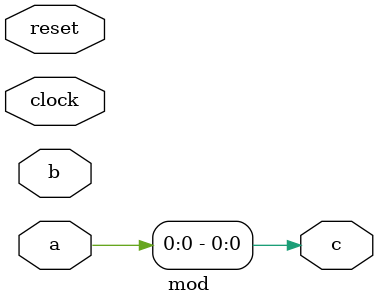
<source format=v>
module mod(clock,reset, a,b,c);
	input clock;
	input reset;
	input [9:0] a;
	input b;
	output c;
	assign c=a;
	endmodule

</source>
